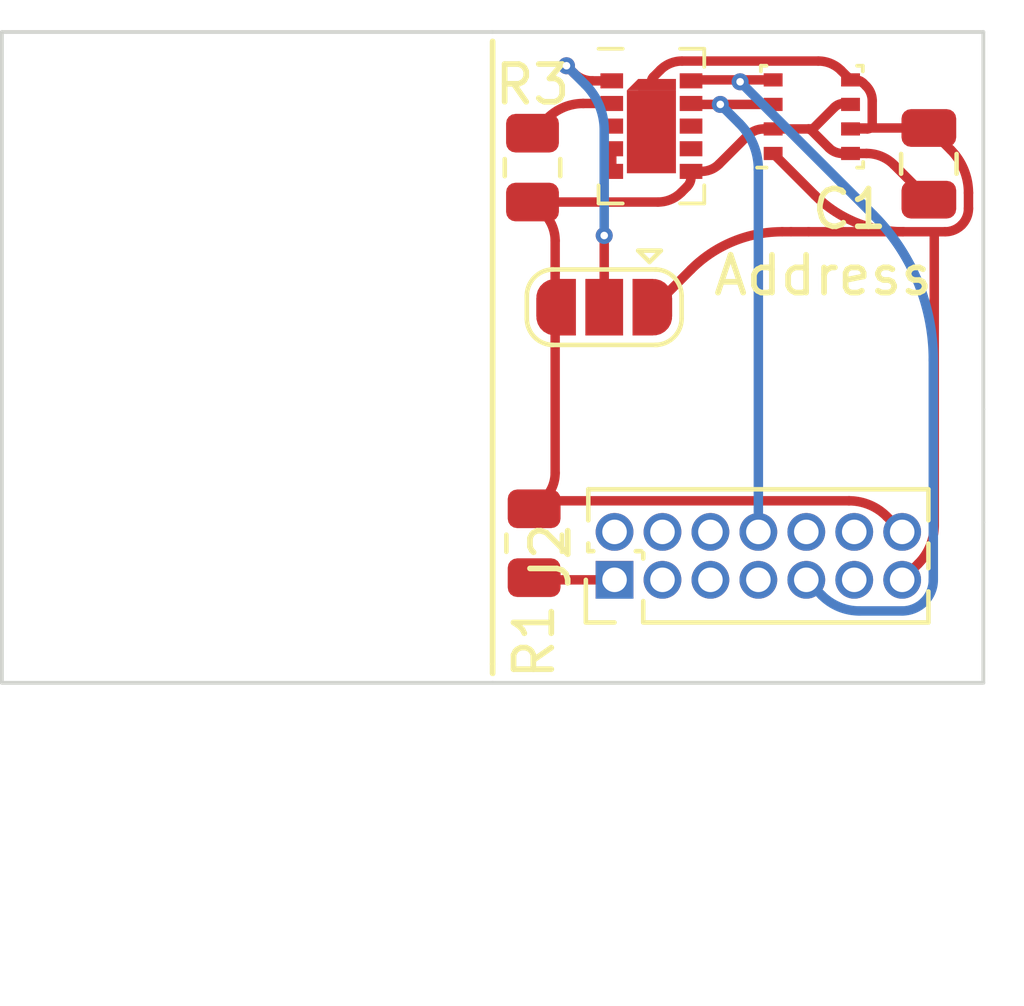
<source format=kicad_pcb>
(kicad_pcb (version 20211014) (generator pcbnew)
  (layers (0 "F.Cu" signal) (31 "B.Cu" signal) (34 "B.Paste" user) (35 "F.Paste" user) (36 "B.SilkS" user "B.Silkscreen") (37 "F.SilkS" user "F.Silkscreen") (38 "B.Mask" user) (39 "F.Mask" user) (44 "Edge.Cuts" user))
  (net 0 "")
  (net 1 "Net-(J2-Pad1)")
  (net 2 "Net-(Address_selector1-Pad3)")
  (net 3 "Net-(R3-Pad2)")
  (net 4 "Net-(U1-Pad3)")
  (net 5 "Net-(U1-Pad4)")
  (net 6 "Net-(Address_selector1-Pad1)")
  (net 9 "Net-(Address_selector1-Pad2)")
  (net 11 "Net-(U2-Pad4)")
  (footprint "Package_LGA:AMS_LGA-10-1EP_2.7x4mm_P0.6mm" (layer "F.Cu") (at 131.706739 87.744239)
    (fp_text reference "U2" hide)
    (fp_text value "CCS811")
    (fp_line (start -1.4 1.57) (end -1.4 2.05) (layer "F.SilkS") (width 0.1))
    (fp_line (start 1.4 -2.05) (end 1.4 -1.57) (layer "F.SilkS") (width 0.1))
    (fp_line (start -1.4 2.05) (end -0.76 2.05) (layer "F.SilkS") (width 0.1))
    (fp_line (start 0.76 2.05) (end 1.4 2.05) (layer "F.SilkS") (width 0.1))
    (fp_line (start 1.4 1.57) (end 1.4 2.05) (layer "F.SilkS") (width 0.1))
    (fp_line (start -1.4 -2.05) (end -0.76 -2.05) (layer "F.SilkS") (width 0.1))
    (fp_line (start 0.76 -2.05) (end 1.4 -2.05) (layer "F.SilkS") (width 0.1))
    (pad "1" smd rect (at -1.05 -1.2) (size 0.6 0.4) (layers "F.Cu" "F.Paste" "F.Mask") (net 9 "Net-(Address_selector1-Pad2)"))
    (pad "2" smd rect (at -1.05 -0.6) (size 0.6 0.4) (layers "F.Cu" "F.Paste" "F.Mask") (net 3 "Net-(R3-Pad2)"))
    (pad "3" smd rect (at -1.05 0) (size 0.6 0.4) (layers "F.Cu" "F.Paste" "F.Mask"))
    (pad "4" smd rect (at -1.05 0.6) (size 0.6 0.4) (layers "F.Cu" "F.Paste" "F.Mask") (net 11 "Net-(U2-Pad4)"))
    (pad "5" smd rect (at -1.05 1.2) (size 0.6 0.4) (layers "F.Cu" "F.Paste" "F.Mask") (net 11 "Net-(U2-Pad4)"))
    (pad "6" smd rect (at 1.05 1.2) (size 0.6 0.4) (layers "F.Cu" "F.Paste" "F.Mask") (net 2 "Net-(Address_selector1-Pad3)"))
    (pad "7" smd rect (at 1.05 0.6) (size 0.6 0.4) (layers "F.Cu" "F.Paste" "F.Mask"))
    (pad "8" smd rect (at 1.05 0) (size 0.6 0.4) (layers "F.Cu" "F.Paste" "F.Mask"))
    (pad "9" smd rect (at 1.05 -0.6) (size 0.6 0.4) (layers "F.Cu" "F.Paste" "F.Mask") (net 4 "Net-(U1-Pad3)"))
    (pad "10" smd rect (at 1.05 -1.2) (size 0.6 0.4) (layers "F.Cu" "F.Paste" "F.Mask") (net 5 "Net-(U1-Pad4)"))
    (pad "11" smd trapezoid (at 0 -1.1) (size 1 0.3) (rect_delta 0 0.3) (layers "F.Cu" "F.Paste" "F.Mask") (net 6 "Net-(Address_selector1-Pad1)"))
    (pad "11" smd rect (at 0 0.15) (size 1.3 2.2) (layers "F.Cu" "F.Paste" "F.Mask") (net 6 "Net-(Address_selector1-Pad1)"))
    (pad "11" smd rect (at 0.15 -1.1) (size 1 0.3) (layers "F.Cu" "F.Paste" "F.Mask") (net 6 "Net-(Address_selector1-Pad1)"))
  )
  (footprint "Jumper:SolderJumper-3_P1.3mm_Open_RoundedPad1.0x1.5mm" (layer "F.Cu") (at 130.456739 92.544239 180)
    (fp_text reference "Address" (at -5.8 0.8425) (layer "F.SilkS"))
    (fp_text value "SolderJumper_3_Open")
    (fp_line (start -1.4 -1) (end 1.4 -1) (layer "F.SilkS") (width 0.12))
    (fp_line (start 2.05 -0.3) (end 2.05 0.3) (layer "F.SilkS") (width 0.12))
    (fp_line (start -1.2 1.2) (end -0.9 1.5) (layer "F.SilkS") (width 0.12))
    (fp_line (start -1.5 1.5) (end -0.9 1.5) (layer "F.SilkS") (width 0.12))
    (fp_line (start 1.4 1) (end -1.4 1) (layer "F.SilkS") (width 0.12))
    (fp_line (start -2.05 0.3) (end -2.05 -0.3) (layer "F.SilkS") (width 0.12))
    (fp_line (start -1.2 1.2) (end -1.5 1.5) (layer "F.SilkS") (width 0.12))
    (fp_arc (start 1.35 -1) (mid 1.844975 -0.794975) (end 2.05 -0.3) (layer "F.SilkS") (width 0.12))
    (fp_arc (start -1.35 1) (mid -1.844975 0.794975) (end -2.05 0.3) (layer "F.SilkS") (width 0.12))
    (fp_arc (start -2.05 -0.3) (mid -1.844975 -0.794975) (end -1.35 -1) (layer "F.SilkS") (width 0.12))
    (fp_arc (start 2.05 0.3) (mid 1.844975 0.794975) (end 1.35 1) (layer "F.SilkS") (width 0.12))
    (pad "1" smd custom (at -1.3 0 180) (size 1 0.5) (layers "F.Cu" "F.Mask") (net 6 "Net-(Address_selector1-Pad1)") (options (clearance outline) (anchor rect)) (primitives (gr_circle (center 0 0.25) (end 0.5 0.25) (width 0) (fill yes)) (gr_circle (center 0 -0.25) (end 0.5 -0.25) (width 0) (fill yes)) (gr_poly (pts (xy 0.55 0.75) (xy 0 0.75) (xy 0 -0.75) (xy 0.55 -0.75)) (width 0) (fill yes))))
    (pad "2" smd rect (at 0 0 180) (size 1 1.5) (layers "F.Cu" "F.Mask") (net 9 "Net-(Address_selector1-Pad2)"))
    (pad "3" smd custom (at 1.3 0 180) (size 1 0.5) (layers "F.Cu" "F.Mask") (net 2 "Net-(Address_selector1-Pad3)") (options (clearance outline) (anchor rect)) (primitives (gr_circle (center 0 0.25) (end 0.5 0.25) (width 0) (fill yes)) (gr_circle (center 0 -0.25) (end 0.5 -0.25) (width 0) (fill yes)) (gr_poly (pts (xy 0 0.75) (xy -0.55 0.75) (xy -0.55 -0.75) (xy 0 -0.75)) (width 0) (fill yes))))
  )
  (footprint "Connector_PinHeader_1.27mm:PinHeader_2x07_P1.27mm_Vertical" (layer "F.Cu") (at 130.73 99.77 90)
    (fp_text reference "J2" (at 0.635 -1.695 90) (layer "F.SilkS"))
    (fp_text value "Conn_02x07_Counter_Clockwise")
    (fp_line (start -1.13 0) (end -1.13 -0.76) (layer "F.SilkS") (width 0.12))
    (fp_line (start -1.13 0.76) (end -0.563471 0.76) (layer "F.SilkS") (width 0.12))
    (fp_line (start -1.13 0.76) (end -1.13 8.315) (layer "F.SilkS") (width 0.12))
    (fp_line (start -1.13 -0.76) (end 0 -0.76) (layer "F.SilkS") (width 0.12))
    (fp_line (start 1.57753 8.315) (end 2.4 8.315) (layer "F.SilkS") (width 0.12))
    (fp_line (start 2.4 -0.695) (end 2.4 8.315) (layer "F.SilkS") (width 0.12))
    (fp_line (start 1.57753 -0.695) (end 2.4 -0.695) (layer "F.SilkS") (width 0.12))
    (fp_line (start 0.76 -0.563471) (end 0.76 -0.695) (layer "F.SilkS") (width 0.12))
    (fp_line (start 0.30753 8.315) (end 0.96247 8.315) (layer "F.SilkS") (width 0.12))
    (fp_line (start 0.76 0.706529) (end 0.76 0.563471) (layer "F.SilkS") (width 0.12))
    (fp_line (start -1.13 8.315) (end -0.30753 8.315) (layer "F.SilkS") (width 0.12))
    (fp_line (start 0.76 -0.695) (end 0.96247 -0.695) (layer "F.SilkS") (width 0.12))
    (fp_line (start 0.563471 0.76) (end 0.706529 0.76) (layer "F.SilkS") (width 0.12))
    (pad "1" thru_hole rect (at 0 0 90) (size 1 1) (drill 0.65) (layers *.Cu *.Mask) (net 1 "Net-(J2-Pad1)"))
    (pad "2" thru_hole oval (at 1.27 0 90) (size 1 1) (drill 0.65) (layers *.Cu *.Mask))
    (pad "3" thru_hole oval (at 0 1.27 90) (size 1 1) (drill 0.65) (layers *.Cu *.Mask))
    (pad "4" thru_hole oval (at 1.27 1.27 90) (size 1 1) (drill 0.65) (layers *.Cu *.Mask))
    (pad "5" thru_hole oval (at 0 2.54 90) (size 1 1) (drill 0.65) (layers *.Cu *.Mask))
    (pad "6" thru_hole oval (at 1.27 2.54 90) (size 1 1) (drill 0.65) (layers *.Cu *.Mask))
    (pad "7" thru_hole oval (at 0 3.81 90) (size 1 1) (drill 0.65) (layers *.Cu *.Mask))
    (pad "8" thru_hole oval (at 1.27 3.81 90) (size 1 1) (drill 0.65) (layers *.Cu *.Mask) (net 4 "Net-(U1-Pad3)"))
    (pad "9" thru_hole oval (at 0 5.08 90) (size 1 1) (drill 0.65) (layers *.Cu *.Mask) (net 5 "Net-(U1-Pad4)"))
    (pad "10" thru_hole oval (at 1.27 5.08 90) (size 1 1) (drill 0.65) (layers *.Cu *.Mask))
    (pad "11" thru_hole oval (at 0 6.35 90) (size 1 1) (drill 0.65) (layers *.Cu *.Mask))
    (pad "12" thru_hole oval (at 1.27 6.35 90) (size 1 1) (drill 0.65) (layers *.Cu *.Mask))
    (pad "13" thru_hole oval (at 0 7.62 90) (size 1 1) (drill 0.65) (layers *.Cu *.Mask) (net 6 "Net-(Address_selector1-Pad1)"))
    (pad "14" thru_hole oval (at 1.27 7.62 90) (size 1 1) (drill 0.65) (layers *.Cu *.Mask) (net 2 "Net-(Address_selector1-Pad3)"))
  )
  (footprint "Resistor_SMD:R_0805_2012Metric" (layer "F.Cu") (at 128.556739 88.844239 90)
    (fp_text reference "R3" (at 2.2 0) (layer "F.SilkS"))
    (fp_text value "4.7K")
    (fp_line (start -0.227064 0.735) (end 0.227064 0.735) (layer "F.SilkS") (width 0.12))
    (fp_line (start -0.227064 -0.735) (end 0.227064 -0.735) (layer "F.SilkS") (width 0.12))
    (pad "1" smd roundrect (at -0.9125 0 90) (size 1.025 1.4) (layers "F.Cu" "F.Paste" "F.Mask") (roundrect_rratio 0.243902) (net 2 "Net-(Address_selector1-Pad3)"))
    (pad "2" smd roundrect (at 0.9125 0 90) (size 1.025 1.4) (layers "F.Cu" "F.Paste" "F.Mask") (roundrect_rratio 0.243902) (net 3 "Net-(R3-Pad2)"))
  )
  (footprint "Resistor_SMD:R_0805_2012Metric" (layer "F.Cu") (at 128.6 98.8 90)
    (fp_text reference "R1" (at -2.6 0 90) (layer "F.SilkS"))
    (fp_text value "NC")
    (fp_line (start -0.227064 0.735) (end 0.227064 0.735) (layer "F.SilkS") (width 0.12))
    (fp_line (start -0.227064 -0.735) (end 0.227064 -0.735) (layer "F.SilkS") (width 0.12))
    (pad "1" smd roundrect (at -0.9125 0 90) (size 1.025 1.4) (layers "F.Cu" "F.Paste" "F.Mask") (roundrect_rratio 0.243902) (net 1 "Net-(J2-Pad1)"))
    (pad "2" smd roundrect (at 0.9125 0 90) (size 1.025 1.4) (layers "F.Cu" "F.Paste" "F.Mask") (roundrect_rratio 0.243902) (net 2 "Net-(Address_selector1-Pad3)"))
  )
  (footprint "Package_LGA:Bosch_LGA-8_2.5x2.5mm_P0.65mm_ClockwisePinNumbering" (layer "F.Cu") (at 135.956739 87.494239 90)
    (fp_text reference "U1" hide)
    (fp_text value "BME280")
    (fp_line (start 1.35 1.35) (end 1.35 1.2) (layer "F.SilkS") (width 0.1))
    (fp_line (start -1.35 1.35) (end -1.35 1.2) (layer "F.SilkS") (width 0.1))
    (fp_line (start 1.35 1.35) (end 1.2 1.35) (layer "F.SilkS") (width 0.1))
    (fp_line (start 1.35 -1.35) (end 1.35 -1.2) (layer "F.SilkS") (width 0.1))
    (fp_line (start 1.2 -1.35) (end 1.35 -1.35) (layer "F.SilkS") (width 0.1))
    (fp_line (start -1.35 1.36) (end -1.2 1.36) (layer "F.SilkS") (width 0.1))
    (fp_line (start -1.35 -1.2) (end -1.35 -1.45) (layer "F.SilkS") (width 0.1))
    (pad "1" smd rect (at -0.975 -1.025 180) (size 0.5 0.35) (layers "F.Cu" "F.Paste" "F.Mask") (net 6 "Net-(Address_selector1-Pad1)"))
    (pad "2" smd rect (at -0.325 -1.025 180) (size 0.5 0.35) (layers "F.Cu" "F.Paste" "F.Mask") (net 2 "Net-(Address_selector1-Pad3)"))
    (pad "3" smd rect (at 0.325 -1.025 180) (size 0.5 0.35) (layers "F.Cu" "F.Paste" "F.Mask") (net 4 "Net-(U1-Pad3)"))
    (pad "4" smd rect (at 0.975 -1.025 180) (size 0.5 0.35) (layers "F.Cu" "F.Paste" "F.Mask") (net 5 "Net-(U1-Pad4)"))
    (pad "5" smd rect (at 0.975 1.025 180) (size 0.5 0.35) (layers "F.Cu" "F.Paste" "F.Mask") (net 6 "Net-(Address_selector1-Pad1)"))
    (pad "6" smd rect (at 0.325 1.025 180) (size 0.5 0.35) (layers "F.Cu" "F.Paste" "F.Mask") (net 2 "Net-(Address_selector1-Pad3)"))
    (pad "7" smd rect (at -0.325 1.025 180) (size 0.5 0.35) (layers "F.Cu" "F.Paste" "F.Mask") (net 6 "Net-(Address_selector1-Pad1)"))
    (pad "8" smd rect (at -0.975 1.025 180) (size 0.5 0.35) (layers "F.Cu" "F.Paste" "F.Mask") (net 2 "Net-(Address_selector1-Pad3)"))
  )
  (footprint "Capacitor_SMD:C_0805_2012Metric" (layer "F.Cu") (at 139.056739 88.744239 90)
    (fp_text reference "C1" (at -1.2 -2.1) (layer "F.SilkS"))
    (fp_text value "100nF")
    (fp_line (start -0.261252 0.735) (end 0.261252 0.735) (layer "F.SilkS") (width 0.12))
    (fp_line (start -0.261252 -0.735) (end 0.261252 -0.735) (layer "F.SilkS") (width 0.12))
    (pad "1" smd roundrect (at -0.95 0 90) (size 1 1.45) (layers "F.Cu" "F.Paste" "F.Mask") (net 2 "Net-(Address_selector1-Pad3)"))
    (pad "2" smd roundrect (at 0.95 0 90) (size 1 1.45) (layers "F.Cu" "F.Paste" "F.Mask") (net 6 "Net-(Address_selector1-Pad1)"))
  )
  (gr_line (start 127.5 85.5) (end 127.5 102) (layer "F.SilkS") (width 0.15))
  (gr_line (start 127.5 102) (end 127.5 102.25) (layer "F.SilkS") (width 0.15))
  (gr_line (start 114.5 102.5) (end 127.5 102.5) (layer "Edge.Cuts") (width 0.1))
  (gr_line (start 140.5 85.25) (end 127.5 85.25) (layer "Edge.Cuts") (width 0.1))
  (gr_line (start 140.5 98.25) (end 140.5 95.25) (layer "Edge.Cuts") (width 0.1))
  (gr_line (start 127.5 102.5) (end 140.5 102.5) (layer "Edge.Cuts") (width 0.1))
  (gr_line (start 127.5 85.25) (end 114.5 85.25) (layer "Edge.Cuts") (width 0.1))
  (gr_line (start 114.5 85.25) (end 114.5 102.5) (layer "Edge.Cuts") (width 0.1))
  (gr_line (start 140.5 102.5) (end 140.5 98.25) (layer "Edge.Cuts") (width 0.1))
  (gr_line (start 140.5 95.25) (end 140.5 85.25) (layer "Edge.Cuts") (width 0.1))
  (segment (start 130.73 99.77) (end 128.6575 99.77) (width 0.25) (layer "F.Cu") (net 1))
  (segment (start 128.6575 99.77) (end 128.6 99.7125) (width 0.25) (layer "F.Cu") (net 1))
  (segment (start 136.007909 87.793068) (end 136.550672 87.250304) (width 0.25) (layer "F.Cu") (net 2))
  (segment (start 129.156739 92.544239) (end 129.156739 93.000489) (width 0.25) (layer "F.Cu") (net 2))
  (segment (start 128.706739 89.906739) (end 128.856739 90.056739) (width 0.25) (layer "F.Cu") (net 2))
  (segment (start 138.132259 88.769759) (end 139.056739 89.694239) (width 0.25) (layer "F.Cu") (net 2))
  (segment (start 132.5 89.5) (end 132.651018 89.348981) (width 0.25) (layer "F.Cu") (net 2))
  (segment (start 137.937744 98.087744) (end 138.35 98.5) (width 0.25) (layer "F.Cu") (net 2))
  (segment (start 128.878369 97.60913) (end 128.706005 97.781494) (width 0.25) (layer "F.Cu") (net 2))
  (segment (start 134.681739 87.819239) (end 134.806739 87.819239) (width 0.25) (layer "F.Cu") (net 2))
  (segment (start 135.944728 87.819239) (end 135.870706 87.819239) (width 0.25) (layer "F.Cu") (net 2))
  (segment (start 135.056739 87.819239) (end 134.806739 87.819239) (width 0.25) (layer "F.Cu") (net 2))
  (segment (start 129.156739 91.631739) (end 129.156739 92.544239) (width 0.25) (layer "F.Cu") (net 2))
  (segment (start 135.870706 87.819239) (end 135.056739 87.819239) (width 0.25) (layer "F.Cu") (net 2))
  (segment (start 129.156739 90.781003) (end 129.156739 91.631739) (width 0.25) (layer "F.Cu") (net 2))
  (segment (start 137.406739 88.469239) (end 137.087744 88.469239) (width 0.25) (layer "F.Cu") (net 2))
  (segment (start 134.254962 87.996015) (end 133.501193 88.749784) (width 0.25) (layer "F.Cu") (net 2))
  (segment (start 137.087744 88.469239) (end 136.875733 88.469239) (width 0.25) (layer "F.Cu") (net 2))
  (segment (start 132.756739 89.018994) (end 132.756739 89.09375) (width 0.25) (layer "F.Cu") (net 2))
  (segment (start 131.880177 89.756739) (end 128.768871 89.756739) (width 0.25) (layer "F.Cu") (net 2))
  (segment (start 129.156739 96.937087) (end 129.156739 92.544239) (width 0.25) (layer "F.Cu") (net 2))
  (segment (start 136.942471 97.675489) (end 128.961925 97.675489) (width 0.25) (layer "F.Cu") (net 2))
  (segment (start 133.031739 88.944239) (end 132.831494 88.944239) (width 0.25) (layer "F.Cu") (net 2))
  (segment (start 136.769728 88.469239) (end 136.875733 88.469239) (width 0.25) (layer "F.Cu") (net 2))
  (segment (start 136.969239 87.156739) (end 136.981739 87.169239) (width 0.25) (layer "F.Cu") (net 2))
  (segment (start 136.806739 87.144239) (end 136.939061 87.144239) (width 0.25) (layer "F.Cu") (net 2))
  (segment (start 136.407802 88.319324) (end 135.933887 87.845409) (width 0.25) (layer "F.Cu") (net 2))
  (arc (start 136.969239 87.156739) (mid 136.955393 87.147487) (end 136.939061 87.144239) (width 0.25) (layer "F.Cu") (net 2))
  (arc (start 135.944728 87.819239) (mid 135.930564 87.828702) (end 135.933887 87.845409) (width 0.25) (layer "F.Cu") (net 2))
  (arc (start 129.156739 96.937087) (mid 129.084392 97.300794) (end 128.878369 97.60913) (width 0.25) (layer "F.Cu") (net 2))
  (arc (start 128.706005 97.781494) (mid 128.706005 97.781494) (end 128.706005 97.781494) (width 0.25) (layer "F.Cu") (net 2))
  (arc (start 129.156739 90.781003) (mid 129.078771 90.389034) (end 128.856739 90.056739) (width 0.25) (layer "F.Cu") (net 2))
  (arc (start 137.406739 88.469239) (mid 137.799387 88.547341) (end 138.132259 88.769759) (width 0.25) (layer "F.Cu") (net 2))
  (arc (start 135.933887 87.845409) (mid 135.904899 87.82604) (end 135.870706 87.819239) (width 0.25) (layer "F.Cu") (net 2))
  (arc (start 132.831494 88.944239) (mid 132.778634 88.966134) (end 132.756739 89.018994) (width 0.25) (layer "F.Cu") (net 2))
  (arc (start 134.681739 87.819239) (mid 134.450769 87.865181) (end 134.254962 87.996015) (width 0.25) (layer "F.Cu") (net 2))
  (arc (start 136.806739 87.144239) (mid 136.668156 87.171804) (end 136.550672 87.250304) (width 0.25) (layer "F.Cu") (net 2))
  (arc (start 128.768871 89.756739) (mid 128.687691 89.810981) (end 128.706739 89.906739) (width 0.25) (layer "F.Cu") (net 2))
  (arc (start 136.407802 88.319324) (mid 136.573855 88.430277) (end 136.769728 88.469239) (width 0.25) (layer "F.Cu") (net 2))
  (arc (start 128.961925 97.675489) (mid 128.823422 97.703038) (end 128.706005 97.781494) (width 0.25) (layer "F.Cu") (net 2))
  (arc (start 131.880177 89.756739) (mid 132.215622 89.690014) (end 132.5 89.5) (width 0.25) (layer "F.Cu") (net 2))
  (arc (start 133.031739 88.944239) (mid 133.285805 88.893701) (end 133.501193 88.749784) (width 0.25) (layer "F.Cu") (net 2))
  (arc (start 137.937744 98.087744) (mid 137.481109 97.78263) (end 136.942471 97.675489) (width 0.25) (layer "F.Cu") (net 2))
  (arc (start 135.944728 87.819239) (mid 135.978921 87.812437) (end 136.007909 87.793068) (width 0.25) (layer "F.Cu") (net 2))
  (arc (start 132.756739 89.09375) (mid 132.729263 89.23188) (end 132.651018 89.348981) (width 0.25) (layer "F.Cu") (net 2))
  (segment (start 128.950489 87.537989) (end 128.556739 87.931739) (width 0.25) (layer "F.Cu") (net 3))
  (segment (start 129.901085 87.144239) (end 130.656739 87.144239) (width 0.25) (layer "F.Cu") (net 3))
  (arc (start 129.901085 87.144239) (mid 129.386626 87.246571) (end 128.950489 87.537989) (width 0.25) (layer "F.Cu") (net 3))
  (segment (start 133.531739 87.169239) (end 134.931739 87.169239) (width 0.25) (layer "F.Cu") (net 4))
  (segment (start 132.769239 87.156739) (end 132.756739 87.144239) (width 0.25) (layer "F.Cu") (net 4))
  (segment (start 133.531739 87.169239) (end 132.799416 87.169239) (width 0.25) (layer "F.Cu") (net 4))
  (via (at 133.531739 87.169239) (size 0.45) (drill 0.2) (layers "F.Cu" "B.Cu") (net 4))
  (arc (start 132.799416 87.169239) (mid 132.783084 87.16599) (end 132.769239 87.156739) (width 0.25) (layer "F.Cu") (net 4))
  (segment (start 134.54 88.890448) (end 134.54 98.5) (width 0.25) (layer "B.Cu") (net 4))
  (segment (start 133.531739 87.169239) (end 134.035869 87.673369) (width 0.25) (layer "B.Cu") (net 4))
  (arc (start 134.035869 87.673369) (mid 134.40898 88.231769) (end 134.54 88.890448) (width 0.25) (layer "B.Cu") (net 4))
  (segment (start 132.769239 86.531739) (end 132.756739 86.544239) (width 0.25) (layer "F.Cu") (net 5))
  (segment (start 132.799416 86.519239) (end 134.931739 86.519239) (width 0.25) (layer "F.Cu") (net 5))
  (via (at 134.056739 86.569228) (size 0.45) (drill 0.2) (layers "F.Cu" "B.Cu") (net 5))
  (arc (start 132.799416 86.519239) (mid 132.783084 86.522487) (end 132.769239 86.531739) (width 0.25) (layer "F.Cu") (net 5))
  (segment (start 138.350002 100.594511) (end 137.217528 100.594511) (width 0.25) (layer "B.Cu") (net 5))
  (segment (start 137.580718 90.093207) (end 134.056739 86.569228) (width 0.25) (layer "B.Cu") (net 5))
  (segment (start 136.222255 100.182255) (end 135.81 99.77) (width 0.25) (layer "B.Cu") (net 5))
  (segment (start 139.174511 93.940963) (end 139.174511 99.770002) (width 0.25) (layer "B.Cu") (net 5))
  (arc (start 137.580718 90.093207) (mid 138.760297 91.858572) (end 139.174511 93.940963) (width 0.25) (layer "B.Cu") (net 5))
  (arc (start 138.933018 100.353018) (mid 138.665528 100.531749) (end 138.350002 100.594511) (width 0.25) (layer "B.Cu") (net 5))
  (arc (start 136.222255 100.182255) (mid 136.67889 100.487369) (end 137.217528 100.594511) (width 0.25) (layer "B.Cu") (net 5))
  (arc (start 139.174511 99.770002) (mid 139.111749 100.085528) (end 138.933018 100.353018) (width 0.25) (layer "B.Cu") (net 5))
  (segment (start 140.106259 89.92622) (end 140.106259 89.512985) (width 0.25) (layer "F.Cu") (net 6))
  (segment (start 136.999416 87.819239) (end 137.429051 87.819239) (width 0.25) (layer "F.Cu") (net 6))
  (segment (start 131.706739 86.569239) (end 131.706739 86.644239) (width 0.25) (layer "F.Cu") (net 6))
  (segment (start 137.393994 86.681494) (end 137.320127 86.607627) (width 0.25) (layer "F.Cu") (net 6))
  (segment (start 138.375485 90.544239) (end 135.871512 90.544239) (width 0.25) (layer "F.Cu") (net 6))
  (segment (start 131.943994 86.256983) (end 131.759772 86.441205) (width 0.25) (layer "F.Cu") (net 6))
  (segment (start 138.375485 90.544239) (end 139.48824 90.544239) (width 0.25) (layer "F.Cu") (net 6))
  (segment (start 137.024416 87.794239) (end 139.056739 87.794239) (width 0.25) (layer "F.Cu") (net 6))
  (segment (start 136.038889 89.576389) (end 134.931739 88.469239) (width 0.25) (layer "F.Cu") (net 6))
  (segment (start 137.55625 87.073213) (end 137.55625 87.69204) (width 0.25) (layer "F.Cu") (net 6))
  (segment (start 135.170952 90.544239) (end 135.404472 90.544239) (width 0.25) (layer "F.Cu") (net 6))
  (segment (start 139.2 98.318959) (end 139.2 90.6) (width 0.25) (layer "F.Cu") (net 6))
  (segment (start 136.731983 86.269483) (end 136.89335 86.43085) (width 0.25) (layer "F.Cu") (net 6))
  (segment (start 132.756739 91.544239) (end 131.756739 92.544239) (width 0.25) (layer "F.Cu") (net 6))
  (segment (start 135.871512 90.544239) (end 135.404472 90.544239) (width 0.25) (layer "F.Cu") (net 6))
  (segment (start 138.775 99.345) (end 138.35 99.77) (width 0.25) (layer "F.Cu") (net 6))
  (segment (start 136.12902 86.019728) (end 132.516779 86.019728) (width 0.25) (layer "F.Cu") (net 6))
  (segment (start 139.056739 87.794239) (end 139.633044 88.370544) (width 0.25) (layer "F.Cu") (net 6))
  (arc (start 136.999416 87.819239) (mid 136.992651 87.814718) (end 136.994239 87.806739) (width 0.25) (layer "F.Cu") (net 6))
  (arc (start 138.375485 90.544239) (mid 137.110928 90.292702) (end 136.038889 89.576389) (width 0.25) (layer "F.Cu") (net 6))
  (arc (start 136.731983 86.269483) (mid 136.455341 86.084637) (end 136.12902 86.019728) (width 0.25) (layer "F.Cu") (net 6))
  (arc (start 135.170952 90.544239) (mid 133.864389 90.80413) (end 132.756739 91.544239) (width 0.25) (layer "F.Cu") (net 6))
  (arc (start 137.106739 86.519239) (mid 137.222223 86.54221) (end 137.320127 86.607627) (width 0.25) (layer "F.Cu") (net 6))
  (arc (start 137.393994 86.681494) (mid 137.514081 86.861216) (end 137.55625 87.073213) (width 0.25) (layer "F.Cu") (net 6))
  (arc (start 137.106739 86.519239) (mid 136.991253 86.496267) (end 136.89335 86.43085) (width 0.25) (layer "F.Cu") (net 6))
  (arc (start 137.518994 87.781983) (mid 137.477728 87.809556) (end 137.429051 87.819239) (width 0.25) (layer "F.Cu") (net 6))
  (arc (start 137.024416 87.794239) (mid 137.008084 87.797487) (end 136.994239 87.806739) (width 0.25) (layer "F.Cu") (net 6))
  (arc (start 139.2 98.318959) (mid 139.089546 98.874248) (end 138.775 99.345) (width 0.25) (layer "F.Cu") (net 6))
  (arc (start 137.518994 87.781983) (mid 137.546567 87.740717) (end 137.55625 87.69204) (width 0.25) (layer "F.Cu") (net 6))
  (arc (start 131.706739 86.569239) (mid 131.720521 86.499947) (end 131.759772 86.441205) (width 0.25) (layer "F.Cu") (net 6))
  (arc (start 139.925245 90.363225) (mid 139.724745 90.497194) (end 139.48824 90.544239) (width 0.25) (layer "F.Cu") (net 6))
  (arc (start 140.106259 89.512985) (mid 139.983274 88.8947) (end 139.633044 88.370544) (width 0.25) (layer "F.Cu") (net 6))
  (arc (start 132.516779 86.019728) (mid 132.20679 86.081388) (end 131.943994 86.256983) (width 0.25) (layer "F.Cu") (net 6))
  (arc (start 139.925245 90.363225) (mid 140.059214 90.162725) (end 140.106259 89.92622) (width 0.25) (layer "F.Cu") (net 6))
  (segment (start 130.139581 86.544239) (end 130.656739 86.544239) (width 0.25) (layer "F.Cu") (net 9))
  (segment (start 130.456739 90.644239) (end 130.456739 92.544239) (width 0.25) (layer "F.Cu") (net 9))
  (segment (start 129.456739 86.144239) (end 129.656739 86.344239) (width 0.25) (layer "F.Cu") (net 9))
  (via (at 129.456739 86.144239) (size 0.45) (drill 0.2) (layers "F.Cu" "B.Cu") (net 9))
  (via (at 130.456739 90.644239) (size 0.45) (drill 0.2) (layers "F.Cu" "B.Cu") (net 9))
  (arc (start 130.139581 86.544239) (mid 129.878268 86.49226) (end 129.656739 86.344239) (width 0.25) (layer "F.Cu") (net 9))
  (segment (start 130.456739 90.644239) (end 130.456739 87.851345) (width 0.25) (layer "B.Cu") (net 9))
  (segment (start 129.456739 86.144239) (end 129.956739 86.644239) (width 0.25) (layer "B.Cu") (net 9))
  (arc (start 130.456739 87.851345) (mid 130.326793 87.198064) (end 129.956739 86.644239) (width 0.25) (layer "B.Cu") (net 9))
  (segment (start 130.656739 88.344239) (end 130.656739 88.944239) (width 0.25) (layer "F.Cu") (net 11))
)
</source>
